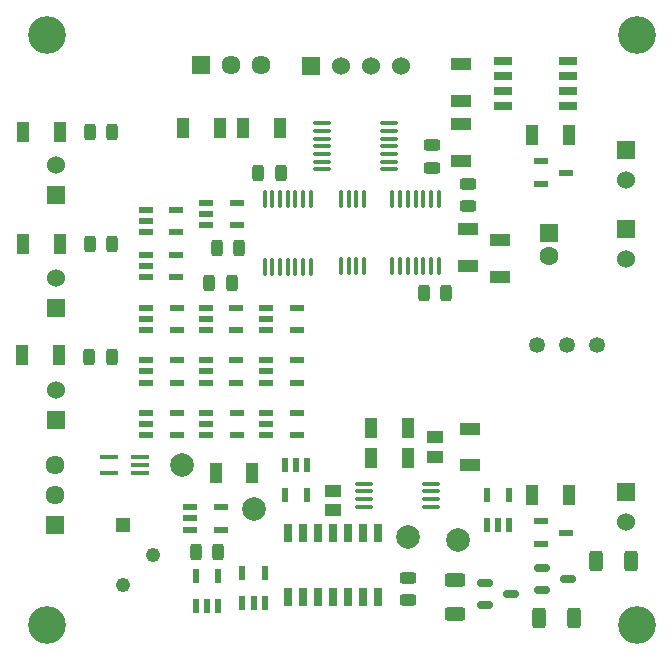
<source format=gbr>
%TF.GenerationSoftware,KiCad,Pcbnew,8.0.0*%
%TF.CreationDate,2024-04-17T18:01:46+02:00*%
%TF.ProjectId,TSAL,5453414c-2e6b-4696-9361-645f70636258,V2.0*%
%TF.SameCoordinates,Original*%
%TF.FileFunction,Soldermask,Top*%
%TF.FilePolarity,Negative*%
%FSLAX46Y46*%
G04 Gerber Fmt 4.6, Leading zero omitted, Abs format (unit mm)*
G04 Created by KiCad (PCBNEW 8.0.0) date 2024-04-17 18:01:46*
%MOMM*%
%LPD*%
G01*
G04 APERTURE LIST*
G04 Aperture macros list*
%AMRoundRect*
0 Rectangle with rounded corners*
0 $1 Rounding radius*
0 $2 $3 $4 $5 $6 $7 $8 $9 X,Y pos of 4 corners*
0 Add a 4 corners polygon primitive as box body*
4,1,4,$2,$3,$4,$5,$6,$7,$8,$9,$2,$3,0*
0 Add four circle primitives for the rounded corners*
1,1,$1+$1,$2,$3*
1,1,$1+$1,$4,$5*
1,1,$1+$1,$6,$7*
1,1,$1+$1,$8,$9*
0 Add four rect primitives between the rounded corners*
20,1,$1+$1,$2,$3,$4,$5,0*
20,1,$1+$1,$4,$5,$6,$7,0*
20,1,$1+$1,$6,$7,$8,$9,0*
20,1,$1+$1,$8,$9,$2,$3,0*%
G04 Aperture macros list end*
%ADD10RoundRect,0.243750X0.243750X0.456250X-0.243750X0.456250X-0.243750X-0.456250X0.243750X-0.456250X0*%
%ADD11RoundRect,0.250000X0.625000X-0.312500X0.625000X0.312500X-0.625000X0.312500X-0.625000X-0.312500X0*%
%ADD12R,1.150000X0.600000*%
%ADD13R,1.050000X1.800000*%
%ADD14R,1.528000X0.650000*%
%ADD15RoundRect,0.243750X-0.243750X-0.456250X0.243750X-0.456250X0.243750X0.456250X-0.243750X0.456250X0*%
%ADD16R,1.800000X1.050000*%
%ADD17C,3.200000*%
%ADD18R,1.470000X1.070000*%
%ADD19RoundRect,0.100000X-0.100000X0.637500X-0.100000X-0.637500X0.100000X-0.637500X0.100000X0.637500X0*%
%ADD20R,1.300000X0.600000*%
%ADD21RoundRect,0.243750X-0.456250X0.243750X-0.456250X-0.243750X0.456250X-0.243750X0.456250X0.243750X0*%
%ADD22RoundRect,0.250000X-0.312500X-0.625000X0.312500X-0.625000X0.312500X0.625000X-0.312500X0.625000X0*%
%ADD23RoundRect,0.100000X-0.637500X-0.100000X0.637500X-0.100000X0.637500X0.100000X-0.637500X0.100000X0*%
%ADD24R,1.530000X1.530000*%
%ADD25C,1.530000*%
%ADD26R,0.650000X1.525000*%
%ADD27R,1.600000X1.600000*%
%ADD28C,1.600000*%
%ADD29RoundRect,0.150000X-0.512500X-0.150000X0.512500X-0.150000X0.512500X0.150000X-0.512500X0.150000X0*%
%ADD30R,1.610000X1.610000*%
%ADD31C,1.610000*%
%ADD32R,0.600000X1.150000*%
%ADD33C,2.000000*%
%ADD34C,1.350000*%
%ADD35R,1.217000X1.217000*%
%ADD36C,1.217000*%
%ADD37R,1.500000X0.400000*%
%ADD38RoundRect,0.250000X0.312500X0.625000X-0.312500X0.625000X-0.312500X-0.625000X0.312500X-0.625000X0*%
%ADD39RoundRect,0.100000X0.100000X-0.637500X0.100000X0.637500X-0.100000X0.637500X-0.100000X-0.637500X0*%
G04 APERTURE END LIST*
D10*
%TO.C,D5*%
X119047500Y-48260000D03*
X117172500Y-48260000D03*
%TD*%
D11*
%TO.C,R38*%
X137287000Y-79313500D03*
X137287000Y-76388500D03*
%TD*%
D12*
%TO.C,G5*%
X116205000Y-57790000D03*
X116205000Y-58740000D03*
X116205000Y-59690000D03*
X118805000Y-59690000D03*
X118805000Y-57790000D03*
%TD*%
D13*
%TO.C,R2*%
X103860000Y-38465000D03*
X100760000Y-38465000D03*
%TD*%
D14*
%TO.C,TI1*%
X141434000Y-32497500D03*
X141434000Y-33767500D03*
X141434000Y-35037500D03*
X141434000Y-36307500D03*
X146856000Y-36307500D03*
X146856000Y-35037500D03*
X146856000Y-33767500D03*
X146856000Y-32497500D03*
%TD*%
D13*
%TO.C,R6*%
X143865000Y-69215000D03*
X146965000Y-69215000D03*
%TD*%
D15*
%TO.C,D3*%
X106452500Y-47990000D03*
X108327500Y-47990000D03*
%TD*%
D16*
%TO.C,R23*%
X137795000Y-35840000D03*
X137795000Y-32740000D03*
%TD*%
D17*
%TO.C,H1*%
X152750000Y-30250000D03*
%TD*%
D18*
%TO.C,C23*%
X127000000Y-70474000D03*
X127000000Y-68834000D03*
%TD*%
D19*
%TO.C,CP4*%
X135935000Y-44127500D03*
X135285000Y-44127500D03*
X134635000Y-44127500D03*
X133985000Y-44127500D03*
X133335000Y-44127500D03*
X132685000Y-44127500D03*
X132035000Y-44127500D03*
X132035000Y-49852500D03*
X132685000Y-49852500D03*
X133335000Y-49852500D03*
X133985000Y-49852500D03*
X134635000Y-49852500D03*
X135285000Y-49852500D03*
X135935000Y-49852500D03*
%TD*%
D20*
%TO.C,Q2*%
X144585000Y-40960000D03*
X144585000Y-42860000D03*
X146685000Y-41910000D03*
%TD*%
D21*
%TO.C,D2*%
X133350000Y-76200000D03*
X133350000Y-78075000D03*
%TD*%
D16*
%TO.C,R30*%
X138557000Y-66701000D03*
X138557000Y-63601000D03*
%TD*%
D22*
%TO.C,R40*%
X144460500Y-79629000D03*
X147385500Y-79629000D03*
%TD*%
D13*
%TO.C,R20*%
X117068000Y-67310000D03*
X120168000Y-67310000D03*
%TD*%
D23*
%TO.C,CP5*%
X129598500Y-68240000D03*
X129598500Y-68890000D03*
X129598500Y-69540000D03*
X129598500Y-70190000D03*
X135323500Y-70190000D03*
X135323500Y-69540000D03*
X135323500Y-68890000D03*
X135323500Y-68240000D03*
%TD*%
D16*
%TO.C,R24*%
X137795000Y-40920000D03*
X137795000Y-37820000D03*
%TD*%
D10*
%TO.C,D9*%
X118405950Y-51243969D03*
X116530950Y-51243969D03*
%TD*%
D24*
%TO.C,J7*%
X125095000Y-32902680D03*
D25*
X127635000Y-32902680D03*
X130175000Y-32902680D03*
X132715000Y-32902680D03*
%TD*%
D19*
%TO.C,CP3*%
X125109800Y-49871200D03*
X124459800Y-49871200D03*
X123809800Y-49871200D03*
X123159800Y-49871200D03*
X122509800Y-49871200D03*
X121859800Y-49871200D03*
X121209800Y-49871200D03*
X121209800Y-44146200D03*
X121859800Y-44146200D03*
X122509800Y-44146200D03*
X123159800Y-44146200D03*
X123809800Y-44146200D03*
X124459800Y-44146200D03*
X125109800Y-44146200D03*
%TD*%
D26*
%TO.C,DL1*%
X123190000Y-77814000D03*
X124460000Y-77814000D03*
X125730000Y-77814000D03*
X127000000Y-77814000D03*
X128270000Y-77814000D03*
X129540000Y-77814000D03*
X130810000Y-77814000D03*
X130810000Y-72390000D03*
X129540000Y-72390000D03*
X128270000Y-72390000D03*
X127000000Y-72390000D03*
X125730000Y-72390000D03*
X124460000Y-72390000D03*
X123190000Y-72390000D03*
%TD*%
D13*
%TO.C,R7*%
X103785000Y-57375000D03*
X100685000Y-57375000D03*
%TD*%
D12*
%TO.C,G3*%
X111155000Y-53345000D03*
X111155000Y-54295000D03*
X111155000Y-55245000D03*
X113755000Y-55245000D03*
X113755000Y-53345000D03*
%TD*%
%TO.C,G13*%
X121315000Y-57790000D03*
X121315000Y-58740000D03*
X121315000Y-59690000D03*
X123915000Y-59690000D03*
X123915000Y-57790000D03*
%TD*%
D24*
%TO.C,J6*%
X151840000Y-46720000D03*
D25*
X151840000Y-49260000D03*
%TD*%
D16*
%TO.C,R25*%
X138430000Y-46710000D03*
X138430000Y-49810000D03*
%TD*%
D20*
%TO.C,Q1*%
X144585000Y-71440000D03*
X144585000Y-73340000D03*
X146685000Y-72390000D03*
%TD*%
D27*
%TO.C,C13*%
X145295120Y-47012197D03*
D28*
X145295120Y-49012197D03*
%TD*%
D24*
%TO.C,J2*%
X103505000Y-53340000D03*
D25*
X103505000Y-50800000D03*
%TD*%
D29*
%TO.C,Q3*%
X144658500Y-75377000D03*
X144658500Y-77277000D03*
X146933500Y-76327000D03*
%TD*%
D17*
%TO.C,H2*%
X102750000Y-30250000D03*
%TD*%
D12*
%TO.C,G12*%
X121315000Y-53345000D03*
X121315000Y-54295000D03*
X121315000Y-55245000D03*
X123915000Y-55245000D03*
X123915000Y-53345000D03*
%TD*%
%TO.C,G10*%
X116235000Y-44450000D03*
X116235000Y-45400000D03*
X116235000Y-46350000D03*
X118835000Y-46350000D03*
X118835000Y-44450000D03*
%TD*%
D24*
%TO.C,J5*%
X151840000Y-68945000D03*
D25*
X151840000Y-71485000D03*
%TD*%
D12*
%TO.C,G4*%
X111155000Y-57790000D03*
X111155000Y-58740000D03*
X111155000Y-59690000D03*
X113755000Y-59690000D03*
X113755000Y-57790000D03*
%TD*%
%TO.C,G9*%
X116205000Y-53345000D03*
X116205000Y-54295000D03*
X116205000Y-55245000D03*
X118805000Y-55245000D03*
X118805000Y-53345000D03*
%TD*%
D30*
%TO.C,J8*%
X115815000Y-32827680D03*
D31*
X118355000Y-32827680D03*
X120895000Y-32827680D03*
%TD*%
D13*
%TO.C,R22*%
X122480000Y-38100000D03*
X119380000Y-38100000D03*
%TD*%
D12*
%TO.C,G2*%
X111125000Y-48895000D03*
X111125000Y-49845000D03*
X111125000Y-50795000D03*
X113725000Y-50795000D03*
X113725000Y-48895000D03*
%TD*%
%TO.C,CP1*%
X114879600Y-70236000D03*
X114879600Y-71186000D03*
X114879600Y-72136000D03*
X117479600Y-72136000D03*
X117479600Y-70236000D03*
%TD*%
D32*
%TO.C,G14*%
X124794648Y-66646481D03*
X123844648Y-66646481D03*
X122894648Y-66646481D03*
X122894648Y-69246481D03*
X124794648Y-69246481D03*
%TD*%
D18*
%TO.C,C22*%
X135636000Y-64331000D03*
X135636000Y-65971000D03*
%TD*%
D12*
%TO.C,G1*%
X111125000Y-45085000D03*
X111125000Y-46035000D03*
X111125000Y-46985000D03*
X113725000Y-46985000D03*
X113725000Y-45085000D03*
%TD*%
D13*
%TO.C,R18*%
X143865000Y-38735000D03*
X146965000Y-38735000D03*
%TD*%
D32*
%TO.C,G16*%
X119319000Y-78389000D03*
X120269000Y-78389000D03*
X121219000Y-78389000D03*
X121219000Y-75789000D03*
X119319000Y-75789000D03*
%TD*%
D13*
%TO.C,R26*%
X133312500Y-63500000D03*
X130212500Y-63500000D03*
%TD*%
D12*
%TO.C,G7*%
X111155000Y-62235000D03*
X111155000Y-63185000D03*
X111155000Y-64135000D03*
X113755000Y-64135000D03*
X113755000Y-62235000D03*
%TD*%
%TO.C,G11*%
X121315000Y-62235000D03*
X121315000Y-63185000D03*
X121315000Y-64135000D03*
X123915000Y-64135000D03*
X123915000Y-62235000D03*
%TD*%
D33*
%TO.C,TP3*%
X137541000Y-73025000D03*
%TD*%
D21*
%TO.C,D11*%
X135339243Y-39618325D03*
X135339243Y-41493325D03*
%TD*%
D30*
%TO.C,J4*%
X103430000Y-71755000D03*
D31*
X103430000Y-69215000D03*
X103430000Y-66675000D03*
%TD*%
D33*
%TO.C,TP2*%
X114173000Y-66675000D03*
%TD*%
D13*
%TO.C,R4*%
X103860000Y-47990000D03*
X100760000Y-47990000D03*
%TD*%
%TO.C,R21*%
X117400000Y-38100000D03*
X114300000Y-38100000D03*
%TD*%
D17*
%TO.C,H4*%
X152750000Y-80250000D03*
%TD*%
D13*
%TO.C,R27*%
X130212500Y-66040000D03*
X133312500Y-66040000D03*
%TD*%
D24*
%TO.C,J9*%
X151765000Y-40005000D03*
D25*
X151765000Y-42545000D03*
%TD*%
D15*
%TO.C,D10*%
X120680000Y-41910000D03*
X122555000Y-41910000D03*
%TD*%
%TO.C,D4*%
X106377500Y-57515000D03*
X108252500Y-57515000D03*
%TD*%
D34*
%TO.C,PS1*%
X149342320Y-56515000D03*
X146802320Y-56515000D03*
X144262320Y-56515000D03*
%TD*%
D33*
%TO.C,TP1*%
X120323416Y-70374163D03*
%TD*%
D15*
%TO.C,D1*%
X106452500Y-38465000D03*
X108327500Y-38465000D03*
%TD*%
D10*
%TO.C,D8*%
X136568634Y-52080993D03*
X134693634Y-52080993D03*
%TD*%
D23*
%TO.C,U1*%
X126042500Y-37747159D03*
X126042500Y-38397159D03*
X126042500Y-39047159D03*
X126042500Y-39697159D03*
X126042500Y-40347159D03*
X126042500Y-40997159D03*
X126042500Y-41647159D03*
X131767500Y-41647159D03*
X131767500Y-40997159D03*
X131767500Y-40347159D03*
X131767500Y-39697159D03*
X131767500Y-39047159D03*
X131767500Y-38397159D03*
X131767500Y-37747159D03*
%TD*%
D35*
%TO.C,RV1*%
X109215000Y-71755000D03*
D36*
X111755000Y-74295000D03*
X109215000Y-76835000D03*
%TD*%
D37*
%TO.C,U2*%
X110677000Y-67325000D03*
X110677000Y-66675000D03*
X110677000Y-66025000D03*
X108017000Y-66025000D03*
X108017000Y-67325000D03*
%TD*%
D32*
%TO.C,G8*%
X140020000Y-71785000D03*
X140970000Y-71785000D03*
X141920000Y-71785000D03*
X141920000Y-69185000D03*
X140020000Y-69185000D03*
%TD*%
D12*
%TO.C,G6*%
X116235000Y-62235000D03*
X116235000Y-63185000D03*
X116235000Y-64135000D03*
X118835000Y-64135000D03*
X118835000Y-62235000D03*
%TD*%
D17*
%TO.C,H3*%
X102750000Y-80250000D03*
%TD*%
D24*
%TO.C,J1*%
X103505000Y-43815000D03*
D25*
X103505000Y-41275000D03*
%TD*%
D24*
%TO.C,J3*%
X103505000Y-62865000D03*
D25*
X103505000Y-60325000D03*
%TD*%
D15*
%TO.C,D6*%
X115394500Y-74041000D03*
X117269500Y-74041000D03*
%TD*%
D32*
%TO.C,G15*%
X115382000Y-78643000D03*
X116332000Y-78643000D03*
X117282000Y-78643000D03*
X117282000Y-76043000D03*
X115382000Y-76043000D03*
%TD*%
D21*
%TO.C,D7*%
X138430000Y-42877500D03*
X138430000Y-44752500D03*
%TD*%
D38*
%TO.C,R37*%
X152211500Y-74803000D03*
X149286500Y-74803000D03*
%TD*%
D39*
%TO.C,CP2*%
X127676000Y-44127500D03*
X128326000Y-44127500D03*
X128976000Y-44127500D03*
X129626000Y-44127500D03*
X129626000Y-49852500D03*
X128976000Y-49852500D03*
X128326000Y-49852500D03*
X127676000Y-49852500D03*
%TD*%
D16*
%TO.C,R28*%
X141096870Y-50726974D03*
X141096870Y-47626974D03*
%TD*%
D29*
%TO.C,Q4*%
X139832500Y-76647000D03*
X139832500Y-78547000D03*
X142107500Y-77597000D03*
%TD*%
D33*
%TO.C,TP4*%
X133350000Y-72771000D03*
%TD*%
M02*

</source>
